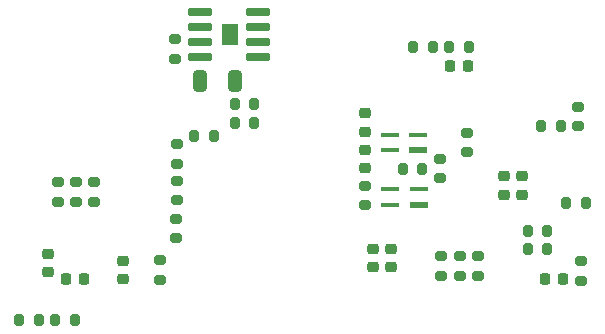
<source format=gbr>
%TF.GenerationSoftware,KiCad,Pcbnew,(6.0.7)*%
%TF.CreationDate,2022-10-19T13:05:16-04:00*%
%TF.ProjectId,PCB,5043422e-6b69-4636-9164-5f7063625858,rev?*%
%TF.SameCoordinates,Original*%
%TF.FileFunction,Paste,Bot*%
%TF.FilePolarity,Positive*%
%FSLAX46Y46*%
G04 Gerber Fmt 4.6, Leading zero omitted, Abs format (unit mm)*
G04 Created by KiCad (PCBNEW (6.0.7)) date 2022-10-19 13:05:16*
%MOMM*%
%LPD*%
G01*
G04 APERTURE LIST*
G04 Aperture macros list*
%AMRoundRect*
0 Rectangle with rounded corners*
0 $1 Rounding radius*
0 $2 $3 $4 $5 $6 $7 $8 $9 X,Y pos of 4 corners*
0 Add a 4 corners polygon primitive as box body*
4,1,4,$2,$3,$4,$5,$6,$7,$8,$9,$2,$3,0*
0 Add four circle primitives for the rounded corners*
1,1,$1+$1,$2,$3*
1,1,$1+$1,$4,$5*
1,1,$1+$1,$6,$7*
1,1,$1+$1,$8,$9*
0 Add four rect primitives between the rounded corners*
20,1,$1+$1,$2,$3,$4,$5,0*
20,1,$1+$1,$4,$5,$6,$7,0*
20,1,$1+$1,$6,$7,$8,$9,0*
20,1,$1+$1,$8,$9,$2,$3,0*%
G04 Aperture macros list end*
%ADD10C,0.010000*%
%ADD11RoundRect,0.042000X-0.943000X-0.258000X0.943000X-0.258000X0.943000X0.258000X-0.943000X0.258000X0*%
%ADD12RoundRect,0.225000X-0.250000X0.225000X-0.250000X-0.225000X0.250000X-0.225000X0.250000X0.225000X0*%
%ADD13RoundRect,0.200000X0.200000X0.275000X-0.200000X0.275000X-0.200000X-0.275000X0.200000X-0.275000X0*%
%ADD14RoundRect,0.225000X0.225000X0.250000X-0.225000X0.250000X-0.225000X-0.250000X0.225000X-0.250000X0*%
%ADD15R,1.500000X0.400000*%
%ADD16R,1.500000X0.500000*%
%ADD17RoundRect,0.200000X-0.275000X0.200000X-0.275000X-0.200000X0.275000X-0.200000X0.275000X0.200000X0*%
%ADD18RoundRect,0.200000X-0.200000X-0.275000X0.200000X-0.275000X0.200000X0.275000X-0.200000X0.275000X0*%
%ADD19RoundRect,0.200000X0.275000X-0.200000X0.275000X0.200000X-0.275000X0.200000X-0.275000X-0.200000X0*%
%ADD20RoundRect,0.250000X-0.325000X-0.650000X0.325000X-0.650000X0.325000X0.650000X-0.325000X0.650000X0*%
%ADD21RoundRect,0.225000X-0.225000X-0.250000X0.225000X-0.250000X0.225000X0.250000X-0.225000X0.250000X0*%
%ADD22RoundRect,0.225000X0.250000X-0.225000X0.250000X0.225000X-0.250000X0.225000X-0.250000X-0.225000X0*%
G04 APERTURE END LIST*
%TO.C,U3*%
G36*
X213070000Y-95495000D02*
G01*
X211780000Y-95495000D01*
X211780000Y-93855000D01*
X213070000Y-93855000D01*
X213070000Y-95495000D01*
G37*
D10*
X213070000Y-95495000D02*
X211780000Y-95495000D01*
X211780000Y-93855000D01*
X213070000Y-93855000D01*
X213070000Y-95495000D01*
%TD*%
D11*
%TO.C,U3*%
X209950000Y-96580000D03*
X209950000Y-95310000D03*
X209950000Y-94040000D03*
X209950000Y-92770000D03*
X214900000Y-92770000D03*
X214900000Y-94040000D03*
X214900000Y-95310000D03*
X214900000Y-96580000D03*
%TD*%
D12*
%TO.C,C3*%
X224590000Y-112835000D03*
X224590000Y-114385000D03*
%TD*%
D13*
%TO.C,R6*%
X240515000Y-102430000D03*
X238865000Y-102430000D03*
%TD*%
D14*
%TO.C,C28*%
X240705000Y-115450000D03*
X239155000Y-115450000D03*
%TD*%
D15*
%TO.C,Q2*%
X228485000Y-107805000D03*
D16*
X228485000Y-109105000D03*
D15*
X226085000Y-109105000D03*
X226085000Y-107805000D03*
%TD*%
D14*
%TO.C,C23*%
X200125464Y-115400273D03*
X198575464Y-115400273D03*
%TD*%
D17*
%TO.C,R25*%
X207980000Y-103995000D03*
X207980000Y-105645000D03*
%TD*%
D18*
%TO.C,R27*%
X231075000Y-95775000D03*
X232725000Y-95775000D03*
%TD*%
D17*
%TO.C,R5*%
X241960000Y-100840000D03*
X241960000Y-102490000D03*
%TD*%
D18*
%TO.C,R3*%
X209465000Y-103322500D03*
X211115000Y-103322500D03*
%TD*%
D17*
%TO.C,R24*%
X207960000Y-110325000D03*
X207960000Y-111975000D03*
%TD*%
D12*
%TO.C,C9*%
X237260000Y-106715000D03*
X237260000Y-108265000D03*
%TD*%
D18*
%TO.C,R42*%
X212895000Y-102180000D03*
X214545000Y-102180000D03*
%TD*%
D19*
%TO.C,R20*%
X207830000Y-96765000D03*
X207830000Y-95115000D03*
%TD*%
%TO.C,R18*%
X231945000Y-115135000D03*
X231945000Y-113485000D03*
%TD*%
D18*
%TO.C,R26*%
X228025000Y-95775000D03*
X229675000Y-95775000D03*
%TD*%
D19*
%TO.C,R2*%
X230280000Y-106895000D03*
X230280000Y-105245000D03*
%TD*%
D20*
%TO.C,C22*%
X209975000Y-98660000D03*
X212925000Y-98660000D03*
%TD*%
D13*
%TO.C,R32*%
X239365000Y-112880000D03*
X237715000Y-112880000D03*
%TD*%
D21*
%TO.C,C25*%
X231125000Y-97350000D03*
X232675000Y-97350000D03*
%TD*%
D12*
%TO.C,C24*%
X197060464Y-113275273D03*
X197060464Y-114825273D03*
%TD*%
D18*
%TO.C,R8*%
X194645000Y-118910000D03*
X196295000Y-118910000D03*
%TD*%
D17*
%TO.C,R15*%
X201015000Y-107215000D03*
X201015000Y-108865000D03*
%TD*%
D22*
%TO.C,C2*%
X223960000Y-106030000D03*
X223960000Y-104480000D03*
%TD*%
D19*
%TO.C,R4*%
X223960000Y-109175000D03*
X223960000Y-107525000D03*
%TD*%
D13*
%TO.C,R35*%
X242625000Y-108960000D03*
X240975000Y-108960000D03*
%TD*%
D17*
%TO.C,R21*%
X242240000Y-113895000D03*
X242240000Y-115545000D03*
%TD*%
D15*
%TO.C,Q1*%
X228450000Y-103190000D03*
D16*
X228450000Y-104490000D03*
D15*
X226050000Y-104490000D03*
X226050000Y-103190000D03*
%TD*%
D19*
%TO.C,R11*%
X206540000Y-115475000D03*
X206540000Y-113825000D03*
%TD*%
D13*
%TO.C,R31*%
X239365000Y-111340000D03*
X237715000Y-111340000D03*
%TD*%
D12*
%TO.C,C10*%
X235710000Y-106715000D03*
X235710000Y-108265000D03*
%TD*%
%TO.C,C11*%
X203450000Y-113885000D03*
X203450000Y-115435000D03*
%TD*%
D17*
%TO.C,R37*%
X208000000Y-107100000D03*
X208000000Y-108750000D03*
%TD*%
D18*
%TO.C,R39*%
X212895000Y-100630000D03*
X214545000Y-100630000D03*
%TD*%
D22*
%TO.C,C20*%
X223960000Y-102930000D03*
X223960000Y-101380000D03*
%TD*%
D17*
%TO.C,R7*%
X197925000Y-107205000D03*
X197925000Y-108855000D03*
%TD*%
D13*
%TO.C,R38*%
X199360000Y-118920000D03*
X197710000Y-118920000D03*
%TD*%
D19*
%TO.C,R17*%
X230370000Y-115135000D03*
X230370000Y-113485000D03*
%TD*%
D17*
%TO.C,R34*%
X232550000Y-103015000D03*
X232550000Y-104665000D03*
%TD*%
%TO.C,R16*%
X199475000Y-107220000D03*
X199475000Y-108870000D03*
%TD*%
D18*
%TO.C,R1*%
X227135000Y-106130000D03*
X228785000Y-106130000D03*
%TD*%
D19*
%TO.C,R28*%
X233520000Y-115135000D03*
X233520000Y-113485000D03*
%TD*%
D12*
%TO.C,C1*%
X226170000Y-112835000D03*
X226170000Y-114385000D03*
%TD*%
M02*

</source>
